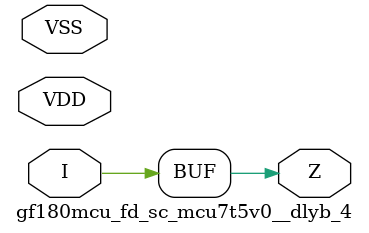
<source format=v>

module gf180mcu_fd_sc_mcu7t5v0__dlyb_4( I, Z, VDD, VSS );
input I;
inout VDD, VSS;
output Z;

	buf MGM_BG_0( Z, I );

endmodule

</source>
